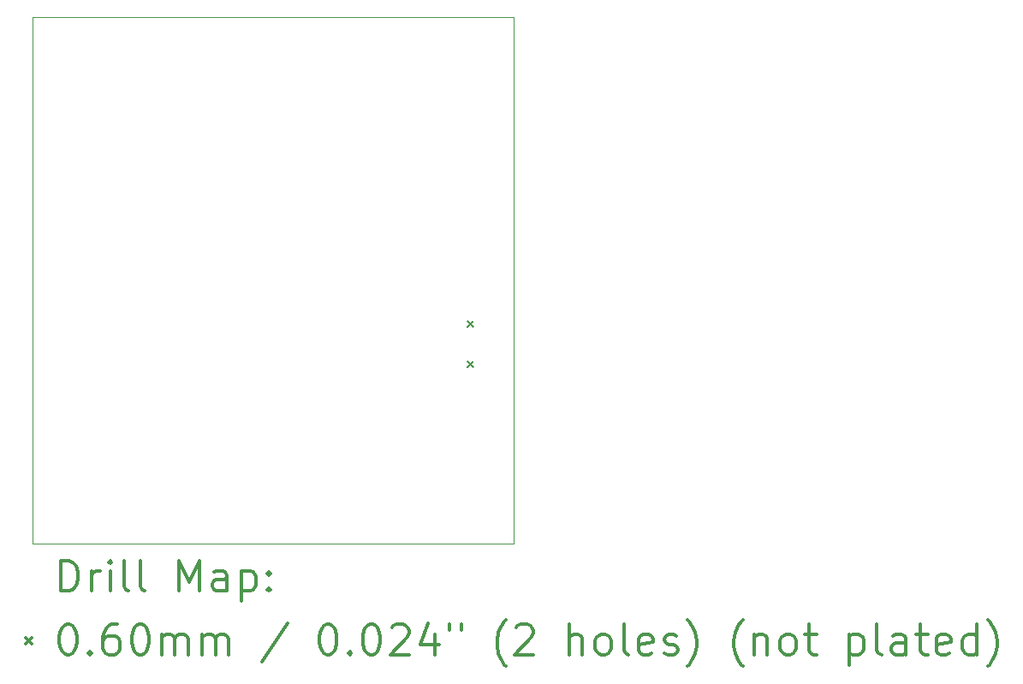
<source format=gbr>
%FSLAX45Y45*%
G04 Gerber Fmt 4.5, Leading zero omitted, Abs format (unit mm)*
G04 Created by KiCad (PCBNEW (5.0.1)-3) date 20.12.2018 13:20:38*
%MOMM*%
%LPD*%
G01*
G04 APERTURE LIST*
%ADD10C,0.100000*%
%ADD11C,0.200000*%
%ADD12C,0.300000*%
G04 APERTURE END LIST*
D10*
X7874000Y-10287000D02*
X7874000Y-5080000D01*
X3111500Y-10287000D02*
X7874000Y-10287000D01*
X3111500Y-5080000D02*
X3111500Y-10287000D01*
X7874000Y-5080000D02*
X3111500Y-5080000D01*
D11*
X7415800Y-8088500D02*
X7475800Y-8148500D01*
X7475800Y-8088500D02*
X7415800Y-8148500D01*
X7415800Y-8488500D02*
X7475800Y-8548500D01*
X7475800Y-8488500D02*
X7415800Y-8548500D01*
D12*
X3392928Y-10757714D02*
X3392928Y-10457714D01*
X3464357Y-10457714D01*
X3507214Y-10472000D01*
X3535786Y-10500572D01*
X3550071Y-10529143D01*
X3564357Y-10586286D01*
X3564357Y-10629143D01*
X3550071Y-10686286D01*
X3535786Y-10714857D01*
X3507214Y-10743429D01*
X3464357Y-10757714D01*
X3392928Y-10757714D01*
X3692928Y-10757714D02*
X3692928Y-10557714D01*
X3692928Y-10614857D02*
X3707214Y-10586286D01*
X3721500Y-10572000D01*
X3750071Y-10557714D01*
X3778643Y-10557714D01*
X3878643Y-10757714D02*
X3878643Y-10557714D01*
X3878643Y-10457714D02*
X3864357Y-10472000D01*
X3878643Y-10486286D01*
X3892928Y-10472000D01*
X3878643Y-10457714D01*
X3878643Y-10486286D01*
X4064357Y-10757714D02*
X4035786Y-10743429D01*
X4021500Y-10714857D01*
X4021500Y-10457714D01*
X4221500Y-10757714D02*
X4192928Y-10743429D01*
X4178643Y-10714857D01*
X4178643Y-10457714D01*
X4564357Y-10757714D02*
X4564357Y-10457714D01*
X4664357Y-10672000D01*
X4764357Y-10457714D01*
X4764357Y-10757714D01*
X5035786Y-10757714D02*
X5035786Y-10600572D01*
X5021500Y-10572000D01*
X4992928Y-10557714D01*
X4935786Y-10557714D01*
X4907214Y-10572000D01*
X5035786Y-10743429D02*
X5007214Y-10757714D01*
X4935786Y-10757714D01*
X4907214Y-10743429D01*
X4892928Y-10714857D01*
X4892928Y-10686286D01*
X4907214Y-10657714D01*
X4935786Y-10643429D01*
X5007214Y-10643429D01*
X5035786Y-10629143D01*
X5178643Y-10557714D02*
X5178643Y-10857714D01*
X5178643Y-10572000D02*
X5207214Y-10557714D01*
X5264357Y-10557714D01*
X5292928Y-10572000D01*
X5307214Y-10586286D01*
X5321500Y-10614857D01*
X5321500Y-10700572D01*
X5307214Y-10729143D01*
X5292928Y-10743429D01*
X5264357Y-10757714D01*
X5207214Y-10757714D01*
X5178643Y-10743429D01*
X5450071Y-10729143D02*
X5464357Y-10743429D01*
X5450071Y-10757714D01*
X5435786Y-10743429D01*
X5450071Y-10729143D01*
X5450071Y-10757714D01*
X5450071Y-10572000D02*
X5464357Y-10586286D01*
X5450071Y-10600572D01*
X5435786Y-10586286D01*
X5450071Y-10572000D01*
X5450071Y-10600572D01*
X3046500Y-11222000D02*
X3106500Y-11282000D01*
X3106500Y-11222000D02*
X3046500Y-11282000D01*
X3450071Y-11087714D02*
X3478643Y-11087714D01*
X3507214Y-11102000D01*
X3521500Y-11116286D01*
X3535786Y-11144857D01*
X3550071Y-11202000D01*
X3550071Y-11273429D01*
X3535786Y-11330571D01*
X3521500Y-11359143D01*
X3507214Y-11373429D01*
X3478643Y-11387714D01*
X3450071Y-11387714D01*
X3421500Y-11373429D01*
X3407214Y-11359143D01*
X3392928Y-11330571D01*
X3378643Y-11273429D01*
X3378643Y-11202000D01*
X3392928Y-11144857D01*
X3407214Y-11116286D01*
X3421500Y-11102000D01*
X3450071Y-11087714D01*
X3678643Y-11359143D02*
X3692928Y-11373429D01*
X3678643Y-11387714D01*
X3664357Y-11373429D01*
X3678643Y-11359143D01*
X3678643Y-11387714D01*
X3950071Y-11087714D02*
X3892928Y-11087714D01*
X3864357Y-11102000D01*
X3850071Y-11116286D01*
X3821500Y-11159143D01*
X3807214Y-11216286D01*
X3807214Y-11330571D01*
X3821500Y-11359143D01*
X3835786Y-11373429D01*
X3864357Y-11387714D01*
X3921500Y-11387714D01*
X3950071Y-11373429D01*
X3964357Y-11359143D01*
X3978643Y-11330571D01*
X3978643Y-11259143D01*
X3964357Y-11230571D01*
X3950071Y-11216286D01*
X3921500Y-11202000D01*
X3864357Y-11202000D01*
X3835786Y-11216286D01*
X3821500Y-11230571D01*
X3807214Y-11259143D01*
X4164357Y-11087714D02*
X4192928Y-11087714D01*
X4221500Y-11102000D01*
X4235786Y-11116286D01*
X4250071Y-11144857D01*
X4264357Y-11202000D01*
X4264357Y-11273429D01*
X4250071Y-11330571D01*
X4235786Y-11359143D01*
X4221500Y-11373429D01*
X4192928Y-11387714D01*
X4164357Y-11387714D01*
X4135786Y-11373429D01*
X4121500Y-11359143D01*
X4107214Y-11330571D01*
X4092928Y-11273429D01*
X4092928Y-11202000D01*
X4107214Y-11144857D01*
X4121500Y-11116286D01*
X4135786Y-11102000D01*
X4164357Y-11087714D01*
X4392928Y-11387714D02*
X4392928Y-11187714D01*
X4392928Y-11216286D02*
X4407214Y-11202000D01*
X4435786Y-11187714D01*
X4478643Y-11187714D01*
X4507214Y-11202000D01*
X4521500Y-11230571D01*
X4521500Y-11387714D01*
X4521500Y-11230571D02*
X4535786Y-11202000D01*
X4564357Y-11187714D01*
X4607214Y-11187714D01*
X4635786Y-11202000D01*
X4650071Y-11230571D01*
X4650071Y-11387714D01*
X4792928Y-11387714D02*
X4792928Y-11187714D01*
X4792928Y-11216286D02*
X4807214Y-11202000D01*
X4835786Y-11187714D01*
X4878643Y-11187714D01*
X4907214Y-11202000D01*
X4921500Y-11230571D01*
X4921500Y-11387714D01*
X4921500Y-11230571D02*
X4935786Y-11202000D01*
X4964357Y-11187714D01*
X5007214Y-11187714D01*
X5035786Y-11202000D01*
X5050071Y-11230571D01*
X5050071Y-11387714D01*
X5635786Y-11073429D02*
X5378643Y-11459143D01*
X6021500Y-11087714D02*
X6050071Y-11087714D01*
X6078643Y-11102000D01*
X6092928Y-11116286D01*
X6107214Y-11144857D01*
X6121500Y-11202000D01*
X6121500Y-11273429D01*
X6107214Y-11330571D01*
X6092928Y-11359143D01*
X6078643Y-11373429D01*
X6050071Y-11387714D01*
X6021500Y-11387714D01*
X5992928Y-11373429D01*
X5978643Y-11359143D01*
X5964357Y-11330571D01*
X5950071Y-11273429D01*
X5950071Y-11202000D01*
X5964357Y-11144857D01*
X5978643Y-11116286D01*
X5992928Y-11102000D01*
X6021500Y-11087714D01*
X6250071Y-11359143D02*
X6264357Y-11373429D01*
X6250071Y-11387714D01*
X6235786Y-11373429D01*
X6250071Y-11359143D01*
X6250071Y-11387714D01*
X6450071Y-11087714D02*
X6478643Y-11087714D01*
X6507214Y-11102000D01*
X6521500Y-11116286D01*
X6535786Y-11144857D01*
X6550071Y-11202000D01*
X6550071Y-11273429D01*
X6535786Y-11330571D01*
X6521500Y-11359143D01*
X6507214Y-11373429D01*
X6478643Y-11387714D01*
X6450071Y-11387714D01*
X6421500Y-11373429D01*
X6407214Y-11359143D01*
X6392928Y-11330571D01*
X6378643Y-11273429D01*
X6378643Y-11202000D01*
X6392928Y-11144857D01*
X6407214Y-11116286D01*
X6421500Y-11102000D01*
X6450071Y-11087714D01*
X6664357Y-11116286D02*
X6678643Y-11102000D01*
X6707214Y-11087714D01*
X6778643Y-11087714D01*
X6807214Y-11102000D01*
X6821500Y-11116286D01*
X6835786Y-11144857D01*
X6835786Y-11173429D01*
X6821500Y-11216286D01*
X6650071Y-11387714D01*
X6835786Y-11387714D01*
X7092928Y-11187714D02*
X7092928Y-11387714D01*
X7021500Y-11073429D02*
X6950071Y-11287714D01*
X7135786Y-11287714D01*
X7235786Y-11087714D02*
X7235786Y-11144857D01*
X7350071Y-11087714D02*
X7350071Y-11144857D01*
X7792928Y-11502000D02*
X7778643Y-11487714D01*
X7750071Y-11444857D01*
X7735786Y-11416286D01*
X7721500Y-11373429D01*
X7707214Y-11302000D01*
X7707214Y-11244857D01*
X7721500Y-11173429D01*
X7735786Y-11130572D01*
X7750071Y-11102000D01*
X7778643Y-11059143D01*
X7792928Y-11044857D01*
X7892928Y-11116286D02*
X7907214Y-11102000D01*
X7935786Y-11087714D01*
X8007214Y-11087714D01*
X8035786Y-11102000D01*
X8050071Y-11116286D01*
X8064357Y-11144857D01*
X8064357Y-11173429D01*
X8050071Y-11216286D01*
X7878643Y-11387714D01*
X8064357Y-11387714D01*
X8421500Y-11387714D02*
X8421500Y-11087714D01*
X8550071Y-11387714D02*
X8550071Y-11230571D01*
X8535786Y-11202000D01*
X8507214Y-11187714D01*
X8464357Y-11187714D01*
X8435786Y-11202000D01*
X8421500Y-11216286D01*
X8735786Y-11387714D02*
X8707214Y-11373429D01*
X8692928Y-11359143D01*
X8678643Y-11330571D01*
X8678643Y-11244857D01*
X8692928Y-11216286D01*
X8707214Y-11202000D01*
X8735786Y-11187714D01*
X8778643Y-11187714D01*
X8807214Y-11202000D01*
X8821500Y-11216286D01*
X8835786Y-11244857D01*
X8835786Y-11330571D01*
X8821500Y-11359143D01*
X8807214Y-11373429D01*
X8778643Y-11387714D01*
X8735786Y-11387714D01*
X9007214Y-11387714D02*
X8978643Y-11373429D01*
X8964357Y-11344857D01*
X8964357Y-11087714D01*
X9235786Y-11373429D02*
X9207214Y-11387714D01*
X9150071Y-11387714D01*
X9121500Y-11373429D01*
X9107214Y-11344857D01*
X9107214Y-11230571D01*
X9121500Y-11202000D01*
X9150071Y-11187714D01*
X9207214Y-11187714D01*
X9235786Y-11202000D01*
X9250071Y-11230571D01*
X9250071Y-11259143D01*
X9107214Y-11287714D01*
X9364357Y-11373429D02*
X9392928Y-11387714D01*
X9450071Y-11387714D01*
X9478643Y-11373429D01*
X9492928Y-11344857D01*
X9492928Y-11330571D01*
X9478643Y-11302000D01*
X9450071Y-11287714D01*
X9407214Y-11287714D01*
X9378643Y-11273429D01*
X9364357Y-11244857D01*
X9364357Y-11230571D01*
X9378643Y-11202000D01*
X9407214Y-11187714D01*
X9450071Y-11187714D01*
X9478643Y-11202000D01*
X9592928Y-11502000D02*
X9607214Y-11487714D01*
X9635786Y-11444857D01*
X9650071Y-11416286D01*
X9664357Y-11373429D01*
X9678643Y-11302000D01*
X9678643Y-11244857D01*
X9664357Y-11173429D01*
X9650071Y-11130572D01*
X9635786Y-11102000D01*
X9607214Y-11059143D01*
X9592928Y-11044857D01*
X10135786Y-11502000D02*
X10121500Y-11487714D01*
X10092928Y-11444857D01*
X10078643Y-11416286D01*
X10064357Y-11373429D01*
X10050071Y-11302000D01*
X10050071Y-11244857D01*
X10064357Y-11173429D01*
X10078643Y-11130572D01*
X10092928Y-11102000D01*
X10121500Y-11059143D01*
X10135786Y-11044857D01*
X10250071Y-11187714D02*
X10250071Y-11387714D01*
X10250071Y-11216286D02*
X10264357Y-11202000D01*
X10292928Y-11187714D01*
X10335786Y-11187714D01*
X10364357Y-11202000D01*
X10378643Y-11230571D01*
X10378643Y-11387714D01*
X10564357Y-11387714D02*
X10535786Y-11373429D01*
X10521500Y-11359143D01*
X10507214Y-11330571D01*
X10507214Y-11244857D01*
X10521500Y-11216286D01*
X10535786Y-11202000D01*
X10564357Y-11187714D01*
X10607214Y-11187714D01*
X10635786Y-11202000D01*
X10650071Y-11216286D01*
X10664357Y-11244857D01*
X10664357Y-11330571D01*
X10650071Y-11359143D01*
X10635786Y-11373429D01*
X10607214Y-11387714D01*
X10564357Y-11387714D01*
X10750071Y-11187714D02*
X10864357Y-11187714D01*
X10792928Y-11087714D02*
X10792928Y-11344857D01*
X10807214Y-11373429D01*
X10835786Y-11387714D01*
X10864357Y-11387714D01*
X11192928Y-11187714D02*
X11192928Y-11487714D01*
X11192928Y-11202000D02*
X11221500Y-11187714D01*
X11278643Y-11187714D01*
X11307214Y-11202000D01*
X11321500Y-11216286D01*
X11335786Y-11244857D01*
X11335786Y-11330571D01*
X11321500Y-11359143D01*
X11307214Y-11373429D01*
X11278643Y-11387714D01*
X11221500Y-11387714D01*
X11192928Y-11373429D01*
X11507214Y-11387714D02*
X11478643Y-11373429D01*
X11464357Y-11344857D01*
X11464357Y-11087714D01*
X11750071Y-11387714D02*
X11750071Y-11230571D01*
X11735786Y-11202000D01*
X11707214Y-11187714D01*
X11650071Y-11187714D01*
X11621500Y-11202000D01*
X11750071Y-11373429D02*
X11721500Y-11387714D01*
X11650071Y-11387714D01*
X11621500Y-11373429D01*
X11607214Y-11344857D01*
X11607214Y-11316286D01*
X11621500Y-11287714D01*
X11650071Y-11273429D01*
X11721500Y-11273429D01*
X11750071Y-11259143D01*
X11850071Y-11187714D02*
X11964357Y-11187714D01*
X11892928Y-11087714D02*
X11892928Y-11344857D01*
X11907214Y-11373429D01*
X11935786Y-11387714D01*
X11964357Y-11387714D01*
X12178643Y-11373429D02*
X12150071Y-11387714D01*
X12092928Y-11387714D01*
X12064357Y-11373429D01*
X12050071Y-11344857D01*
X12050071Y-11230571D01*
X12064357Y-11202000D01*
X12092928Y-11187714D01*
X12150071Y-11187714D01*
X12178643Y-11202000D01*
X12192928Y-11230571D01*
X12192928Y-11259143D01*
X12050071Y-11287714D01*
X12450071Y-11387714D02*
X12450071Y-11087714D01*
X12450071Y-11373429D02*
X12421500Y-11387714D01*
X12364357Y-11387714D01*
X12335786Y-11373429D01*
X12321500Y-11359143D01*
X12307214Y-11330571D01*
X12307214Y-11244857D01*
X12321500Y-11216286D01*
X12335786Y-11202000D01*
X12364357Y-11187714D01*
X12421500Y-11187714D01*
X12450071Y-11202000D01*
X12564357Y-11502000D02*
X12578643Y-11487714D01*
X12607214Y-11444857D01*
X12621500Y-11416286D01*
X12635786Y-11373429D01*
X12650071Y-11302000D01*
X12650071Y-11244857D01*
X12635786Y-11173429D01*
X12621500Y-11130572D01*
X12607214Y-11102000D01*
X12578643Y-11059143D01*
X12564357Y-11044857D01*
M02*

</source>
